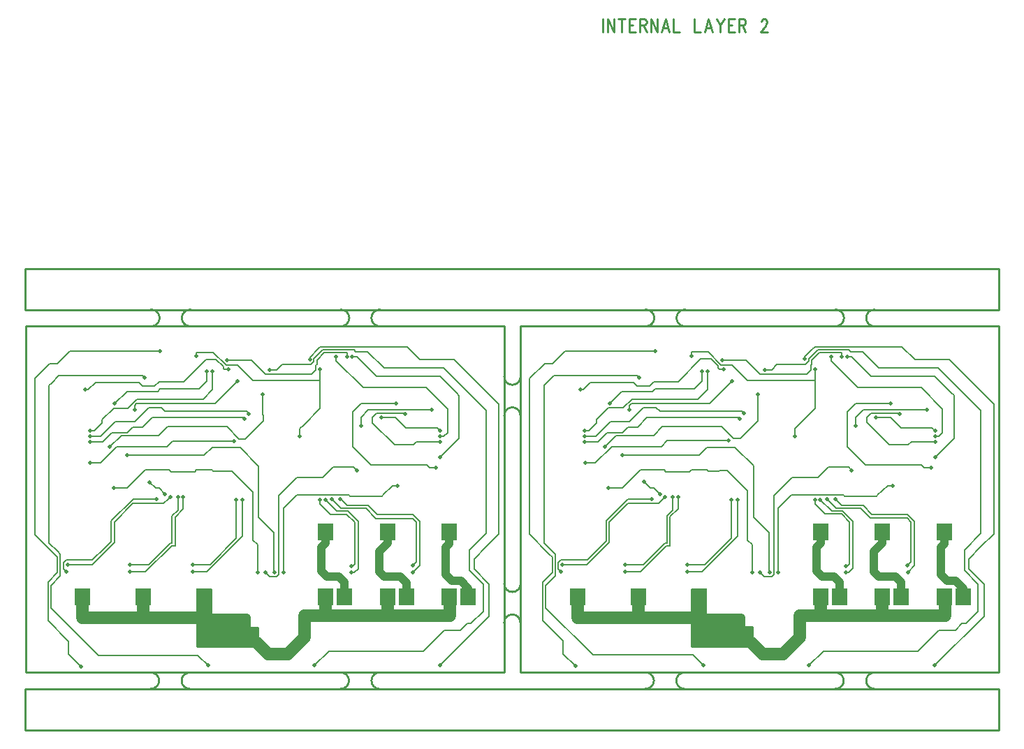
<source format=gbr>
*
%LPD*%
%LN2FOC-I2*%
%FSLAX24Y24*%
%MOIN*%
%SRX1Y1I0.0J0.0*%
%AD*%
%ADD11C,0.010000*%
%ADD12C,0.007870*%
%ADD23C,0.085000*%
%ADD39R,0.075000X0.084000*%
%ADD56C,0.011810*%
%ADD57C,0.059060*%
%ADD58C,0.039370*%
%ADD59C,0.007870*%
%ADD60C,0.015750*%
%ADD63C,0.019690*%
G54D11*
G1X7125Y10087D2*
G1X29959Y10087D1*
G1X29959Y26622D1*
G1X7125Y26622D1*
G1X7125Y10087D1*
G1X13104Y26617D2*
G75*
G3X13105Y27417I17J400D1*
G74*
G1X14995Y27417D2*
G75*
G3X14994Y26617I-17J-400D1*
G74*
G1X22154Y26617D2*
G75*
G3X22155Y27417I17J400D1*
G74*
G1X24045Y27417D2*
G75*
G3X24044Y26617I-17J-400D1*
G74*
G1X13094Y9311D2*
G75*
G3X13095Y10087I16J388D1*
G74*
G1X14975Y10086D2*
G75*
G3X14974Y9307I-16J-390D1*
G74*
G1X22154Y9311D2*
G75*
G3X22155Y10087I16J388D1*
G74*
G1X24035Y10086D2*
G75*
G3X24034Y9307I-16J-390D1*
G74*
G1X30741Y12456D2*
G75*
G3X29965Y12457I-388J16D1*
G74*
G1X29966Y14337D2*
G75*
G3X30745Y14337I390J-16D1*
G74*
G1X7118Y29383D2*
G1X53575Y29383D1*
G1X53575Y27415D1*
G1X7118Y27415D1*
G1X7118Y29383D1*
G1X30740Y10092D2*
G1X53575Y10092D1*
G1X53575Y26627D1*
G1X30740Y26627D1*
G1X30740Y10092D1*
G1X7118Y9304D2*
G1X53575Y9304D1*
G1X53575Y7336D1*
G1X7118Y7336D1*
G1X7118Y9304D1*
G1X30741Y22346D2*
G75*
G3X29965Y22347I-388J16D1*
G74*
G1X29966Y24227D2*
G75*
G3X30745Y24227I390J-16D1*
G74*
G1X38605Y27417D2*
G75*
G3X38604Y26617I-17J-400D1*
G74*
G1X36714Y26617D2*
G75*
G3X36715Y27417I17J400D1*
G74*
G1X45764Y26617D2*
G75*
G3X45765Y27417I17J400D1*
G74*
G1X47655Y27417D2*
G75*
G3X47654Y26617I-17J-400D1*
G74*
G1X47645Y10086D2*
G75*
G3X47644Y9307I-16J-390D1*
G74*
G1X45764Y9311D2*
G75*
G3X45765Y10087I16J388D1*
G74*
G1X38585Y10086D2*
G75*
G3X38584Y9307I-16J-390D1*
G74*
G1X36704Y9311D2*
G75*
G3X36705Y10087I16J388D1*
G74*
G1X20904Y10421D2*
G54D12*
G1X21593Y11110D1*
G1X26101Y11110D1*
G1X27095Y12104D1*
G1X27873Y12104D1*
G1X28198Y12429D1*
G1X28385Y12429D1*
G1X28965Y13010D1*
G1X26888Y10421D2*
G1X29241Y12774D1*
G1X8325Y13704D2*
G1X8325Y13177D1*
G1X10589Y10914D1*
G1X15353Y10914D1*
G1X15845Y10421D1*
G1X8188Y13704D2*
G1X8188Y12567D1*
G1X9172Y11583D1*
G1X9172Y10973D1*
G1X9762Y10382D1*
G1X8778Y15254D2*
G1X8778Y15736D1*
G1X8325Y13704D2*
G1X8325Y14240D1*
G1X8778Y14693D1*
G1X8778Y15225D1*
G1X8778Y15254D1*
G1X8640Y15225D2*
G1X8640Y15254D1*
G1X8660Y15854D2*
G1X8778Y15736D1*
G1X8936Y15225D2*
G1X8936Y15028D1*
G1X9054Y14910D1*
G1X8936Y15225D2*
G1X8936Y15323D1*
G1X9064Y15451D1*
G1X10314Y15451D1*
G1X10894Y16032D1*
G1X10904Y16032D1*
G1X11219Y16347D1*
G1X11219Y17331D1*
G1X12262Y18374D1*
G1X13385Y18374D1*
G1X8188Y13704D2*
G1X8188Y14240D1*
G1X8188Y14398D1*
G1X8640Y14851D1*
G1X8640Y15225D1*
G1X9133Y15225D2*
G1X10294Y15225D1*
G1X11357Y16288D1*
G1X11357Y17272D1*
G1X12243Y18158D1*
G1X13719Y18158D1*
G1X13936Y18374D1*
G1X8503Y15736D2*
G1X8640Y15599D1*
G1X8640Y15254D1*
G1X12105Y14910D2*
G1X12125Y14890D1*
G1X12853Y14890D1*
G1X14093Y16130D1*
G1X14261Y16130D1*
G1X14261Y16804D1*
G1X12105Y15225D2*
G1X12991Y15225D1*
G1X14034Y16268D1*
G1X14119Y16268D1*
G1X14119Y16804D1*
G1X15117Y15244D2*
G1X15924Y15244D1*
G1X17184Y16504D1*
G1X17184Y16804D1*
G1X15097Y14910D2*
G1X15786Y14910D1*
G1X17479Y16603D1*
G1X17479Y16804D1*
G1X18562Y14851D2*
G1X18759Y14654D1*
G1X19113Y14654D1*
G1X19211Y14752D1*
G1X19211Y18532D1*
G1X20077Y19398D1*
G1X21318Y19398D1*
G1X21810Y19890D1*
G1X22774Y19890D1*
G1X22932Y19732D1*
G1X22991Y15166D2*
G1X22991Y15795D1*
G1X22991Y16012D1*
G1X22833Y15795D2*
G1X22833Y16012D1*
G1X22833Y16307D1*
G1X22991Y16012D2*
G1X22991Y16307D1*
G1X22656Y15166D2*
G1X22735Y15166D1*
G1X22833Y15264D1*
G1X22833Y15795D1*
G1X22656Y14851D2*
G1X22794Y14851D1*
G1X22991Y15047D1*
G1X22991Y15166D1*
G1X25924Y16032D2*
G1X25924Y16504D1*
G1X25766Y15835D2*
G1X25766Y15362D1*
G1X25924Y15185D2*
G1X25924Y15362D1*
G1X25924Y15835D1*
G1X25924Y16032D1*
G1X25766Y16032D2*
G1X25766Y15835D1*
G1X25609Y14870D2*
G1X25924Y15185D1*
G1X25589Y15185D2*
G1X25766Y15362D1*
G1X28306Y14967D2*
G1X28965Y14308D1*
G1X28965Y13010D1*
G1X28306Y14967D2*
G1X28306Y15933D1*
G1X29103Y16730D1*
G1X29103Y22587D1*
G1X28522Y15028D2*
G1X29241Y14309D1*
G1X29241Y12774D1*
G1X28522Y15028D2*
G1X28522Y15511D1*
G1X29098Y16086D1*
G1X29102Y16086D1*
G1X29708Y16692D1*
G1X7558Y17390D2*
G1X7558Y16681D1*
G1X8503Y15736D1*
G1X8247Y16804D2*
G1X8247Y17390D1*
G1X8247Y17528D1*
G1X8247Y17862D1*
G1X8247Y16804D2*
G1X8247Y16268D1*
G1X8660Y15854D1*
G1X8247Y17862D2*
G1X8247Y19890D1*
G1X14261Y16804D2*
G1X14261Y17516D1*
G1X14644Y17899D1*
G1X14644Y18099D1*
G1X14119Y16804D2*
G1X14119Y17569D1*
G1X14388Y17838D1*
G1X14388Y18099D1*
G1X17479Y17488D2*
G1X17479Y18099D1*
G1X17184Y17488D2*
G1X17184Y18099D1*
G1X17971Y17488D2*
G1X17971Y16406D1*
G1X18188Y16189D1*
G1X18188Y14851D1*
G1X17479Y16804D2*
G1X17479Y17488D1*
G1X17184Y16804D2*
G1X17184Y17488D1*
G1X18247Y17488D2*
G1X18975Y16760D1*
G1X18975Y14890D1*
G1X19014Y14851D1*
G1X22833Y16804D2*
G1X22833Y16347D1*
G1X22991Y16307D2*
G1X22991Y16347D1*
G1X22991Y16804D1*
G1X22833Y16347D2*
G1X22833Y16307D1*
G1X25766Y16032D2*
G1X25766Y16504D1*
G1X25766Y16804D1*
G1X25924Y16804D2*
G1X25924Y16504D1*
G1X8247Y19890D2*
G1X8247Y20382D1*
G1X11337Y18886D2*
G1X11987Y18886D1*
G1X12853Y19752D1*
G1X13975Y19752D1*
G1X14054Y19673D1*
G1X15196Y19673D1*
G1X15274Y19752D1*
G1X16022Y19752D1*
G1X16081Y19693D1*
G1X16593Y19693D1*
G1X16613Y19713D1*
G1X16987Y19713D1*
G1X17951Y18748D1*
G1X13936Y18374D2*
G1X14034Y18473D1*
G1X13030Y19181D2*
G1X13325Y18886D1*
G1X13503Y18886D1*
G1X13778Y18610D1*
G1X14644Y18374D2*
G1X14644Y18118D1*
G1X14644Y18099D1*
G1X14388Y18374D2*
G1X14388Y18118D1*
G1X14388Y18099D1*
G1X14388Y18374D2*
G1X14388Y18473D1*
G1X14644Y18374D2*
G1X14644Y18473D1*
G1X17971Y18492D2*
G1X17971Y18335D1*
G1X17971Y18099D1*
G1X17184Y18099D2*
G1X17184Y18335D1*
G1X17951Y18748D2*
G1X17971Y18729D1*
G1X17971Y18492D1*
G1X17971Y18099D2*
G1X17971Y17488D1*
G1X17479Y18099D2*
G1X17479Y18335D1*
G1X18247Y18492D2*
G1X18247Y18335D1*
G1X18247Y18099D1*
G1X18247Y19851D2*
G1X18247Y18827D1*
G1X18247Y18099D2*
G1X18247Y17488D1*
G1X18247Y18827D2*
G1X18247Y18748D1*
G1X18247Y18492D1*
G1X21751Y18354D2*
G1X22184Y17921D1*
G1X23365Y17921D1*
G1X23837Y17449D1*
G1X25589Y17449D1*
G1X25766Y17272D1*
G1X25766Y16804D1*
G1X21180Y18335D2*
G1X21180Y18138D1*
G1X21672Y17646D1*
G1X22440Y17646D1*
G1X22833Y17252D1*
G1X22833Y16804D1*
G1X21436Y18335D2*
G1X21987Y17784D1*
G1X22499Y17784D1*
G1X22991Y17291D1*
G1X22991Y16804D1*
G1X22144Y18354D2*
G1X22164Y18354D1*
G1X22459Y18059D1*
G1X23473Y18059D1*
G1X23896Y17636D1*
G1X25599Y17636D1*
G1X25924Y17311D1*
G1X25924Y16804D1*
G1X8247Y20382D2*
G1X8247Y22606D1*
G1X11987Y20461D2*
G1X15648Y20461D1*
G1X16022Y20835D1*
G1X17361Y20835D1*
G1X18247Y19949D1*
G1X18247Y19851D1*
G1X10196Y21622D2*
G1X10392Y21622D1*
G1X10766Y21996D1*
G1X10766Y22154D1*
G1X11327Y22715D1*
G1X12016Y22715D1*
G1X12440Y23138D1*
G1X15589Y23138D1*
G1X16042Y23591D1*
G1X16042Y24477D1*
G1X11140Y20854D2*
G1X11692Y21406D1*
G1X13483Y21406D1*
G1X13896Y21819D1*
G1X16731Y21819D1*
G1X17302Y21248D1*
G1X17617Y21248D1*
G1X18463Y22095D1*
G1X10196Y21366D2*
G1X10707Y21366D1*
G1X11416Y22075D1*
G1X12322Y22075D1*
G1X12991Y22744D1*
G1X13591Y22744D1*
G1X13778Y22557D1*
G1X17676Y22557D1*
G1X17755Y22479D1*
G1X17755Y22469D1*
G1X17774Y22449D1*
G1X10215Y20087D2*
G1X10688Y20087D1*
G1X11475Y20874D1*
G1X13857Y20874D1*
G1X14133Y21150D1*
G1X17066Y21150D1*
G1X10196Y21110D2*
G1X10806Y21110D1*
G1X11239Y21543D1*
G1X11987Y21543D1*
G1X12253Y21809D1*
G1X12715Y21809D1*
G1X13158Y22252D1*
G1X17518Y22252D1*
G1X17577Y22193D1*
G1X20412Y21917D2*
G1X21180Y22685D1*
G1X21180Y24024D1*
G1X20215Y21622D2*
G1X20215Y21721D1*
G1X20412Y21917D1*
G1X20215Y21366D2*
G1X20215Y21622D1*
G1X23129Y22036D2*
G1X23129Y22075D1*
G1X22735Y21799D2*
G1X22735Y21878D1*
G1X22735Y22036D1*
G1X22735Y22075D1*
G1X23660Y22036D2*
G1X23660Y22016D1*
G1X24723Y20953D1*
G1X25629Y20953D1*
G1X25786Y21110D1*
G1X26908Y21110D1*
G1X23660Y22036D2*
G1X23660Y22075D1*
G1X23129Y21878D2*
G1X23129Y22036D1*
G1X22735Y21229D2*
G1X22735Y20854D1*
G1X23601Y19988D1*
G1X26259Y19988D1*
G1X26396Y19851D1*
G1X26711Y19851D1*
G1X22735Y21229D2*
G1X22735Y21799D1*
G1X27814Y21622D2*
G1X27814Y22666D1*
G1X27262Y21622D2*
G1X27262Y22666D1*
G1X26908Y21366D2*
G1X27085Y21366D1*
G1X27262Y21543D1*
G1X27262Y21622D1*
G1X26908Y20362D2*
G1X27814Y21268D1*
G1X27814Y21622D1*
G1X7558Y17390D2*
G1X7558Y23748D1*
G1X7558Y24122D1*
G1X8276Y24841D1*
G1X8650Y24841D1*
G1X9251Y25441D1*
G1X13542Y25441D1*
G1X8247Y22606D2*
G1X8247Y23788D1*
G1X8365Y23906D1*
G1X8719Y24260D1*
G1X12696Y24260D1*
G1X12794Y24162D1*
G1X9979Y23591D2*
G1X10117Y23591D1*
G1X10461Y23935D1*
G1X12528Y23935D1*
G1X12696Y23768D1*
G1X13286Y23768D1*
G1X13493Y23975D1*
G1X14654Y23975D1*
G1X15727Y25047D1*
G1X16219Y25047D1*
G1X16554Y24713D1*
G1X16554Y24614D1*
G1X16613Y24555D1*
G1X16810Y24555D1*
G1X11377Y22921D2*
G1X11967Y23512D1*
G1X13424Y23512D1*
G1X13542Y23630D1*
G1X15412Y23630D1*
G1X15786Y24004D1*
G1X15786Y24004D1*
G1X15786Y24004D1*
G1X15786Y24477D1*
G1X12322Y22626D2*
G1X12322Y22823D1*
G1X12420Y22921D1*
G1X16160Y22921D1*
G1X17223Y23984D1*
G1X18444Y23374D2*
G1X18444Y22405D1*
G1X18463Y22385D1*
G1X18463Y22095D1*
G1X21180Y24024D2*
G1X21180Y24555D1*
G1X23660Y22272D2*
G1X23857Y22469D1*
G1X25235Y22469D1*
G1X25235Y22429D1*
G1X23660Y22075D2*
G1X23660Y22272D1*
G1X23129Y22075D2*
G1X23129Y22272D1*
G1X23483Y22626D1*
G1X26514Y22626D1*
G1X22735Y22075D2*
G1X22735Y22272D1*
G1X22735Y22528D1*
G1X23129Y22921D1*
G1X24802Y22921D1*
G1X24093Y22272D2*
G1X24782Y22272D1*
G1X25274Y21760D1*
G1X26770Y21760D1*
G1X26908Y21622D1*
G1X27696Y23433D2*
G1X27814Y23315D1*
G1X27814Y23079D1*
G1X27814Y22666D1*
G1X15274Y25185D2*
G1X15274Y25382D1*
G1X15274Y25382D1*
G1X16081Y25382D1*
G1X16692Y24772D1*
G1X17223Y24772D1*
G1X17971Y24024D1*
G1X21180Y24024D1*
G1X16751Y25008D2*
G1X17892Y25008D1*
G1X18562Y24339D1*
G1X20786Y24339D1*
G1X20983Y24536D1*
G1X20983Y24752D1*
G1X18778Y24536D2*
G1X19113Y24536D1*
G1X19369Y24791D1*
G1X20727Y24791D1*
G1X20885Y24949D1*
G1X20885Y25067D1*
G1X21318Y25500D1*
G1X22794Y25500D1*
G1X22883Y25412D1*
G1X23453Y25412D1*
G1X24231Y24634D1*
G1X27056Y24634D1*
G1X29103Y22587D1*
G1X20983Y24752D2*
G1X21022Y24791D1*
G1X21022Y25008D1*
G1X21377Y25362D1*
G1X22459Y25362D1*
G1X22459Y25362D1*
G1X22459Y25166D1*
G1X21180Y24555D2*
G1X21180Y24575D1*
G1X20688Y25047D2*
G1X20688Y25146D1*
G1X21072Y25530D1*
G1X21072Y25530D1*
G1X21180Y25638D1*
G1X25333Y25638D1*
G1X25944Y25028D1*
G1X27577Y25028D1*
G1X29708Y22897D1*
G1X29708Y16692D1*
G1X21948Y25166D2*
G1X21948Y24969D1*
G1X23227Y23689D1*
G1X26239Y23689D1*
G1X27262Y22666D1*
G1X22715Y25166D2*
G1X22932Y25166D1*
G1X23857Y24240D1*
G1X26888Y24240D1*
G1X27696Y23433D1*
G54D23*
G1X17792Y11804D3*
G54D39*
G1X9842Y13704D3*
G1X21442Y16804D3*
G1X24392Y16804D3*
G1X27342Y16804D3*
G1X12742Y13704D3*
G1X15642Y13704D3*
G1X21442Y13704D3*
G1X22342Y13704D3*
G1X24392Y13704D3*
G1X25292Y13704D3*
G1X27342Y13704D3*
G1X28242Y13704D3*
G1X15097Y15225D2*
G54D56*
G1X15117Y15244D1*
G1X18168Y11484D2*
G54D57*
G1X18699Y10953D1*
G1X19644Y10953D1*
G1X20448Y11757D1*
G1X20448Y12803D1*
G1X9842Y13704D2*
G1X9842Y12705D1*
G1X12742Y12705D1*
G1X15333Y12705D1*
G1X12742Y12705D2*
G1X12742Y13704D1*
G1X21442Y12803D2*
G1X20885Y12803D1*
G1X20448Y12803D1*
G1X24392Y12803D2*
G1X21442Y12803D1*
G1X21442Y13704D1*
G1X27381Y12803D2*
G1X24392Y12803D1*
G1X24392Y13704D1*
G1X27381Y13666D2*
G1X27381Y12803D1*
G1X15333Y12705D2*
G54D58*
G1X15642Y12705D1*
G1X17656Y12705D1*
G1X17656Y11804D1*
G1X15642Y12705D2*
G1X15642Y13704D1*
G1X27342Y13704D2*
G1X27381Y13666D1*
G1X21239Y14929D2*
G1X21514Y14654D1*
G1X22086Y14654D1*
G1X22342Y14398D1*
G1X22342Y13704D1*
G1X21239Y14929D2*
G1X21239Y15205D1*
G1X21239Y15835D2*
G1X21239Y16071D1*
G1X21442Y16274D1*
G1X21442Y16804D1*
G1X21239Y15205D2*
G1X21239Y15835D1*
G1X23998Y15166D2*
G1X23998Y15795D1*
G1X23998Y15874D1*
G1X24392Y16268D1*
G1X24392Y16804D1*
G1X23998Y14890D2*
G1X24235Y14654D1*
G1X25018Y14654D1*
G1X25292Y14380D1*
G1X25292Y13704D1*
G1X23998Y14890D2*
G1X23998Y15166D1*
G1X27184Y14752D2*
G1X27479Y14457D1*
G1X27888Y14457D1*
G1X28242Y14103D1*
G1X28242Y13704D1*
G1X27184Y14752D2*
G1X27184Y15185D1*
G1X27184Y15815D1*
G1X27184Y16071D1*
G1X27342Y16229D1*
G1X27342Y16804D1*
G1X19428Y14870D2*
G54D59*
G1X19428Y17843D1*
G1X19428Y17862D1*
G1X19428Y17921D1*
G1X20058Y18551D1*
G1X22558Y18551D1*
G1X22597Y18512D1*
G1X24133Y18512D1*
G1X24172Y18551D1*
G1X24644Y19004D1*
G1X24881Y19004D1*
G1X17656Y11804D2*
G54D60*
G1X17792Y11804D1*
G1X15333Y14043D2*
G1X15333Y11366D1*
G1X18168Y11366D1*
G1X18168Y12213D1*
G1X17676Y12213D1*
G1X17676Y12764D1*
G1X15924Y12764D1*
G1X15924Y14043D1*
G1X15333Y14043D1*
G1X17366Y11366D2*
G1X18168Y12168D1*
G1X17567Y11366D2*
G1X18168Y11967D1*
G1X17767Y11366D2*
G1X18168Y11767D1*
G1X17968Y11366D2*
G1X18168Y11566D1*
G1X17166Y11366D2*
G1X18013Y12213D1*
G1X16966Y11366D2*
G1X17812Y12213D1*
G1X16364Y11366D2*
G1X17676Y12678D1*
G1X16565Y11366D2*
G1X17676Y12477D1*
G1X16765Y11366D2*
G1X17676Y12277D1*
G1X16164Y11366D2*
G1X17561Y12764D1*
G1X15963Y11366D2*
G1X17361Y12764D1*
G1X15763Y11366D2*
G1X17161Y12764D1*
G1X15563Y11366D2*
G1X16960Y12764D1*
G1X15362Y11366D2*
G1X16760Y12764D1*
G1X15333Y11538D2*
G1X16559Y12764D1*
G1X15333Y11738D2*
G1X16359Y12764D1*
G1X15333Y11939D2*
G1X16158Y12764D1*
G1X15333Y12139D2*
G1X15958Y12764D1*
G1X15333Y13342D2*
G1X15924Y13932D1*
G1X15333Y13142D2*
G1X15924Y13732D1*
G1X15333Y12941D2*
G1X15924Y13532D1*
G1X15333Y12741D2*
G1X15924Y13331D1*
G1X15333Y12540D2*
G1X15924Y13131D1*
G1X15333Y12340D2*
G1X15924Y12930D1*
G1X15333Y13542D2*
G1X15834Y14043D1*
G1X15333Y13743D2*
G1X15634Y14043D1*
G1X15333Y13943D2*
G1X15434Y14043D1*
G54D63*
G1X9762Y10382D3*
G1X15845Y10421D3*
G1X20904Y10421D3*
G1X26888Y10421D3*
G1X9133Y15225D3*
G1X9054Y14910D3*
G1X12105Y14910D3*
G1X12105Y15225D3*
G1X15097Y14910D3*
G1X15097Y15225D3*
G1X18188Y14851D3*
G1X19428Y14870D3*
G1X19014Y14851D3*
G1X18562Y14851D3*
G1X22656Y15166D3*
G1X22656Y14851D3*
G1X25609Y14870D3*
G1X25589Y15185D3*
G1X11337Y18886D3*
G1X14034Y18473D3*
G1X13778Y18610D3*
G1X13385Y18374D3*
G1X13030Y19181D3*
G1X14644Y18473D3*
G1X14388Y18473D3*
G1X17479Y18335D3*
G1X17184Y18335D3*
G1X21751Y18354D3*
G1X21180Y18335D3*
G1X21436Y18335D3*
G1X22932Y19732D3*
G1X22144Y18354D3*
G1X24881Y19004D3*
G1X26711Y19851D3*
G1X11987Y20461D3*
G1X10196Y21622D3*
G1X11140Y20854D3*
G1X10196Y21366D3*
G1X10215Y20087D3*
G1X10196Y21110D3*
G1X17066Y21150D3*
G1X20215Y21366D3*
G1X23129Y21878D3*
G1X26908Y21366D3*
G1X26908Y21622D3*
G1X26908Y21110D3*
G1X26908Y20362D3*
G1X9979Y23591D3*
G1X11377Y22921D3*
G1X12322Y22626D3*
G1X17577Y22193D3*
G1X17223Y23984D3*
G1X17774Y22449D3*
G1X18444Y23374D3*
G1X24093Y22272D3*
G1X25235Y22429D3*
G1X24802Y22921D3*
G1X26514Y22626D3*
G1X12794Y24162D3*
G1X13542Y25441D3*
G1X16042Y24477D3*
G1X15786Y24477D3*
G1X15274Y25185D3*
G1X16751Y25008D3*
G1X16810Y24555D3*
G1X18778Y24536D3*
G1X20688Y25047D3*
G1X21180Y24575D3*
G1X21948Y25166D3*
G1X22715Y25166D3*
G1X22459Y25166D3*
G1X30740Y10092D2*
G54D11*
G1X53575Y10092D1*
G1X53575Y26627D1*
G1X30740Y26627D1*
G1X30740Y10092D1*
G1X44520Y10427D2*
G54D12*
G1X45209Y11115D1*
G1X49717Y11115D1*
G1X50711Y12110D1*
G1X51488Y12110D1*
G1X51813Y12434D1*
G1X52000Y12434D1*
G1X52581Y13015D1*
G1X50504Y10427D2*
G1X52856Y12779D1*
G1X31941Y13710D2*
G1X31941Y13182D1*
G1X34205Y10919D1*
G1X38969Y10919D1*
G1X39461Y10427D1*
G1X31803Y13710D2*
G1X31803Y12572D1*
G1X32787Y11588D1*
G1X32787Y10978D1*
G1X33378Y10387D1*
G1X32394Y15260D2*
G1X32394Y15741D1*
G1X31941Y13710D2*
G1X31941Y14245D1*
G1X32394Y14698D1*
G1X32394Y15230D1*
G1X32394Y15260D1*
G1X32256Y15230D2*
G1X32256Y15260D1*
G1X32276Y15860D2*
G1X32394Y15741D1*
G1X32551Y15230D2*
G1X32551Y15033D1*
G1X32669Y14915D1*
G1X32551Y15230D2*
G1X32551Y15328D1*
G1X32679Y15456D1*
G1X33929Y15456D1*
G1X34510Y16037D1*
G1X34520Y16037D1*
G1X34835Y16352D1*
G1X34835Y17336D1*
G1X35878Y18379D1*
G1X37000Y18379D1*
G1X31803Y13710D2*
G1X31803Y14245D1*
G1X31803Y14403D1*
G1X32256Y14856D1*
G1X32256Y15230D1*
G1X32748Y15230D2*
G1X33909Y15230D1*
G1X34972Y16293D1*
G1X34972Y17277D1*
G1X35858Y18163D1*
G1X37335Y18163D1*
G1X37551Y18379D1*
G1X32118Y15741D2*
G1X32256Y15604D1*
G1X32256Y15260D1*
G1X35721Y14915D2*
G1X35740Y14895D1*
G1X36469Y14895D1*
G1X37709Y16135D1*
G1X37876Y16135D1*
G1X37876Y16810D1*
G1X35721Y15230D2*
G1X36606Y15230D1*
G1X37650Y16273D1*
G1X37735Y16273D1*
G1X37735Y16810D1*
G1X38732Y15249D2*
G1X39539Y15249D1*
G1X40799Y16509D1*
G1X40799Y16810D1*
G1X38713Y14915D2*
G1X39402Y14915D1*
G1X41095Y16608D1*
G1X41095Y16810D1*
G1X42177Y14856D2*
G1X42374Y14659D1*
G1X42728Y14659D1*
G1X42827Y14757D1*
G1X42827Y18537D1*
G1X43693Y19403D1*
G1X44933Y19403D1*
G1X45425Y19895D1*
G1X46390Y19895D1*
G1X46547Y19738D1*
G1X46606Y15171D2*
G1X46606Y15801D1*
G1X46606Y16017D1*
G1X46449Y15801D2*
G1X46449Y16017D1*
G1X46449Y16312D1*
G1X46606Y16017D2*
G1X46606Y16312D1*
G1X46272Y15171D2*
G1X46350Y15171D1*
G1X46449Y15269D1*
G1X46449Y15801D1*
G1X46272Y14856D2*
G1X46409Y14856D1*
G1X46606Y15053D1*
G1X46606Y15171D1*
G1X49539Y16037D2*
G1X49539Y16509D1*
G1X49382Y15840D2*
G1X49382Y15367D1*
G1X49539Y15190D2*
G1X49539Y15367D1*
G1X49539Y15840D1*
G1X49539Y16037D1*
G1X49382Y16037D2*
G1X49382Y15840D1*
G1X49224Y14875D2*
G1X49539Y15190D1*
G1X49205Y15190D2*
G1X49382Y15367D1*
G1X51921Y14973D2*
G1X52581Y14313D1*
G1X52581Y13015D1*
G1X51921Y14973D2*
G1X51921Y15938D1*
G1X52719Y16736D1*
G1X52719Y22592D1*
G1X52138Y15033D2*
G1X52856Y14314D1*
G1X52856Y12779D1*
G1X52138Y15033D2*
G1X52138Y15516D1*
G1X52713Y16091D1*
G1X52718Y16091D1*
G1X53323Y16697D1*
G1X31173Y17395D2*
G1X31173Y16686D1*
G1X32118Y15741D1*
G1X31862Y16810D2*
G1X31862Y17395D1*
G1X31862Y17533D1*
G1X31862Y17867D1*
G1X31862Y16810D2*
G1X31862Y16273D1*
G1X32276Y15860D1*
G1X31862Y17867D2*
G1X31862Y19895D1*
G1X37876Y16810D2*
G1X37876Y17521D1*
G1X38260Y17904D1*
G1X38260Y18104D1*
G1X37735Y16810D2*
G1X37735Y17574D1*
G1X38004Y17843D1*
G1X38004Y18104D1*
G1X41095Y17493D2*
G1X41095Y18104D1*
G1X40799Y17493D2*
G1X40799Y18104D1*
G1X41587Y17493D2*
G1X41587Y16411D1*
G1X41803Y16194D1*
G1X41803Y14856D1*
G1X41095Y16810D2*
G1X41095Y17493D1*
G1X40799Y16810D2*
G1X40799Y17493D1*
G1X41862Y17493D2*
G1X42591Y16765D1*
G1X42591Y14895D1*
G1X42630Y14856D1*
G1X46449Y16810D2*
G1X46449Y16352D1*
G1X46606Y16312D2*
G1X46606Y16352D1*
G1X46606Y16810D1*
G1X46449Y16352D2*
G1X46449Y16312D1*
G1X49382Y16037D2*
G1X49382Y16509D1*
G1X49382Y16810D1*
G1X49539Y16810D2*
G1X49539Y16509D1*
G1X31862Y19895D2*
G1X31862Y20387D1*
G1X34953Y18891D2*
G1X35602Y18891D1*
G1X36469Y19757D1*
G1X37591Y19757D1*
G1X37669Y19678D1*
G1X38811Y19678D1*
G1X38890Y19757D1*
G1X39638Y19757D1*
G1X39697Y19698D1*
G1X40209Y19698D1*
G1X40228Y19718D1*
G1X40602Y19718D1*
G1X41567Y18753D1*
G1X37551Y18379D2*
G1X37650Y18478D1*
G1X36646Y19186D2*
G1X36941Y18891D1*
G1X37118Y18891D1*
G1X37394Y18615D1*
G1X38260Y18379D2*
G1X38260Y18123D1*
G1X38260Y18104D1*
G1X38004Y18379D2*
G1X38004Y18123D1*
G1X38004Y18104D1*
G1X38004Y18379D2*
G1X38004Y18478D1*
G1X38260Y18379D2*
G1X38260Y18478D1*
G1X41587Y18497D2*
G1X41587Y18340D1*
G1X41587Y18104D1*
G1X40799Y18104D2*
G1X40799Y18340D1*
G1X41567Y18753D2*
G1X41587Y18734D1*
G1X41587Y18497D1*
G1X41587Y18104D2*
G1X41587Y17493D1*
G1X41095Y18104D2*
G1X41095Y18340D1*
G1X41862Y18497D2*
G1X41862Y18340D1*
G1X41862Y18104D1*
G1X41862Y19856D2*
G1X41862Y18832D1*
G1X41862Y18104D2*
G1X41862Y17493D1*
G1X41862Y18832D2*
G1X41862Y18753D1*
G1X41862Y18497D1*
G1X45366Y18360D2*
G1X45799Y17927D1*
G1X46980Y17927D1*
G1X47453Y17454D1*
G1X49205Y17454D1*
G1X49382Y17277D1*
G1X49382Y16810D1*
G1X44795Y18340D2*
G1X44795Y18143D1*
G1X45287Y17651D1*
G1X46055Y17651D1*
G1X46449Y17257D1*
G1X46449Y16810D1*
G1X45051Y18340D2*
G1X45602Y17789D1*
G1X46114Y17789D1*
G1X46606Y17297D1*
G1X46606Y16810D1*
G1X45760Y18360D2*
G1X45780Y18360D1*
G1X46075Y18064D1*
G1X47089Y18064D1*
G1X47512Y17641D1*
G1X49215Y17641D1*
G1X49539Y17316D1*
G1X49539Y16810D1*
G1X31862Y20387D2*
G1X31862Y22612D1*
G1X35602Y20466D2*
G1X39264Y20466D1*
G1X39638Y20840D1*
G1X40976Y20840D1*
G1X41862Y19954D1*
G1X41862Y19856D1*
G1X33811Y21627D2*
G1X34008Y21627D1*
G1X34382Y22001D1*
G1X34382Y22159D1*
G1X34943Y22720D1*
G1X35632Y22720D1*
G1X36055Y23143D1*
G1X39205Y23143D1*
G1X39658Y23596D1*
G1X39658Y24482D1*
G1X34756Y20860D2*
G1X35307Y21411D1*
G1X37098Y21411D1*
G1X37512Y21824D1*
G1X40346Y21824D1*
G1X40917Y21253D1*
G1X41232Y21253D1*
G1X42079Y22100D1*
G1X33811Y21371D2*
G1X34323Y21371D1*
G1X35032Y22080D1*
G1X35937Y22080D1*
G1X36606Y22749D1*
G1X37207Y22749D1*
G1X37394Y22562D1*
G1X41291Y22562D1*
G1X41370Y22484D1*
G1X41370Y22474D1*
G1X41390Y22454D1*
G1X33831Y20092D2*
G1X34303Y20092D1*
G1X35091Y20879D1*
G1X37472Y20879D1*
G1X37748Y21155D1*
G1X40681Y21155D1*
G1X33811Y21115D2*
G1X34421Y21115D1*
G1X34854Y21549D1*
G1X35602Y21549D1*
G1X35868Y21814D1*
G1X36331Y21814D1*
G1X36774Y22257D1*
G1X41134Y22257D1*
G1X41193Y22198D1*
G1X44028Y21923D2*
G1X44795Y22690D1*
G1X44795Y24029D1*
G1X43831Y21627D2*
G1X43831Y21726D1*
G1X44028Y21923D1*
G1X43831Y21371D2*
G1X43831Y21627D1*
G1X46744Y22041D2*
G1X46744Y22080D1*
G1X46350Y21804D2*
G1X46350Y21883D1*
G1X46350Y22041D1*
G1X46350Y22080D1*
G1X47276Y22041D2*
G1X47276Y22021D1*
G1X48339Y20958D1*
G1X49244Y20958D1*
G1X49402Y21115D1*
G1X50524Y21115D1*
G1X47276Y22041D2*
G1X47276Y22080D1*
G1X46744Y21883D2*
G1X46744Y22041D1*
G1X46350Y21234D2*
G1X46350Y20860D1*
G1X47217Y19993D1*
G1X49874Y19993D1*
G1X50012Y19856D1*
G1X50327Y19856D1*
G1X46350Y21234D2*
G1X46350Y21804D1*
G1X51429Y21627D2*
G1X51429Y22671D1*
G1X50878Y21627D2*
G1X50878Y22671D1*
G1X50524Y21371D2*
G1X50701Y21371D1*
G1X50878Y21549D1*
G1X50878Y21627D1*
G1X50524Y20367D2*
G1X51429Y21273D1*
G1X51429Y21627D1*
G1X31173Y17395D2*
G1X31173Y23753D1*
G1X31173Y24127D1*
G1X31892Y24846D1*
G1X32266Y24846D1*
G1X32866Y25446D1*
G1X37158Y25446D1*
G1X31862Y22612D2*
G1X31862Y23793D1*
G1X31980Y23911D1*
G1X32335Y24265D1*
G1X36311Y24265D1*
G1X36409Y24167D1*
G1X33595Y23596D2*
G1X33732Y23596D1*
G1X34077Y23940D1*
G1X36144Y23940D1*
G1X36311Y23773D1*
G1X36902Y23773D1*
G1X37108Y23980D1*
G1X38270Y23980D1*
G1X39343Y25053D1*
G1X39835Y25053D1*
G1X40169Y24718D1*
G1X40169Y24619D1*
G1X40228Y24560D1*
G1X40425Y24560D1*
G1X34992Y22927D2*
G1X35583Y23517D1*
G1X37039Y23517D1*
G1X37158Y23635D1*
G1X39028Y23635D1*
G1X39402Y24009D1*
G1X39402Y24009D1*
G1X39402Y24009D1*
G1X39402Y24482D1*
G1X35937Y22631D2*
G1X35937Y22828D1*
G1X36035Y22927D1*
G1X39776Y22927D1*
G1X40839Y23990D1*
G1X42059Y23379D2*
G1X42059Y22410D1*
G1X42079Y22390D1*
G1X42079Y22100D1*
G1X44795Y24029D2*
G1X44795Y24560D1*
G1X47276Y22277D2*
G1X47472Y22474D1*
G1X48850Y22474D1*
G1X48850Y22434D1*
G1X47276Y22080D2*
G1X47276Y22277D1*
G1X46744Y22080D2*
G1X46744Y22277D1*
G1X47098Y22631D1*
G1X50130Y22631D1*
G1X46350Y22080D2*
G1X46350Y22277D1*
G1X46350Y22533D1*
G1X46744Y22927D1*
G1X48417Y22927D1*
G1X47709Y22277D2*
G1X48398Y22277D1*
G1X48890Y21765D1*
G1X50386Y21765D1*
G1X50524Y21627D1*
G1X51311Y23438D2*
G1X51429Y23320D1*
G1X51429Y23084D1*
G1X51429Y22671D1*
G1X38890Y25190D2*
G1X38890Y25387D1*
G1X38890Y25387D1*
G1X39697Y25387D1*
G1X40307Y24777D1*
G1X40839Y24777D1*
G1X41587Y24029D1*
G1X44795Y24029D1*
G1X40366Y25013D2*
G1X41508Y25013D1*
G1X42177Y24344D1*
G1X44402Y24344D1*
G1X44598Y24541D1*
G1X44598Y24757D1*
G1X42394Y24541D2*
G1X42728Y24541D1*
G1X42984Y24797D1*
G1X44343Y24797D1*
G1X44500Y24954D1*
G1X44500Y25072D1*
G1X44933Y25505D1*
G1X46409Y25505D1*
G1X46498Y25417D1*
G1X47069Y25417D1*
G1X47846Y24639D1*
G1X50671Y24639D1*
G1X52719Y22592D1*
G1X44598Y24757D2*
G1X44638Y24797D1*
G1X44638Y25013D1*
G1X44992Y25367D1*
G1X46075Y25367D1*
G1X46075Y25367D1*
G1X46075Y25171D1*
G1X44795Y24560D2*
G1X44795Y24580D1*
G1X44303Y25053D2*
G1X44303Y25151D1*
G1X44687Y25535D1*
G1X44687Y25535D1*
G1X44795Y25643D1*
G1X48949Y25643D1*
G1X49559Y25033D1*
G1X51193Y25033D1*
G1X53323Y22902D1*
G1X53323Y16697D1*
G1X45563Y25171D2*
G1X45563Y24974D1*
G1X46843Y23694D1*
G1X49854Y23694D1*
G1X50878Y22671D1*
G1X46331Y25171D2*
G1X46547Y25171D1*
G1X47472Y24245D1*
G1X50504Y24245D1*
G1X51311Y23438D1*
G54D23*
G1X41408Y11810D3*
G54D39*
G1X33458Y13710D3*
G1X45058Y16810D3*
G1X48008Y16810D3*
G1X50958Y16810D3*
G1X36358Y13710D3*
G1X39258Y13710D3*
G1X45058Y13710D3*
G1X45958Y13710D3*
G1X48008Y13710D3*
G1X48908Y13710D3*
G1X50958Y13710D3*
G1X51858Y13710D3*
G1X38713Y15230D2*
G54D56*
G1X38732Y15249D1*
G1X41783Y11490D2*
G54D57*
G1X42315Y10958D1*
G1X43260Y10958D1*
G1X44064Y11762D1*
G1X44064Y12808D1*
G1X33458Y13710D2*
G1X33458Y12710D1*
G1X36358Y12710D1*
G1X38949Y12710D1*
G1X36358Y12710D2*
G1X36358Y13710D1*
G1X45058Y12808D2*
G1X44500Y12808D1*
G1X44064Y12808D1*
G1X48008Y12808D2*
G1X45058Y12808D1*
G1X45058Y13710D1*
G1X50996Y12808D2*
G1X48008Y12808D1*
G1X48008Y13710D1*
G1X50996Y13671D2*
G1X50996Y12808D1*
G1X38949Y12710D2*
G54D58*
G1X39258Y12710D1*
G1X41272Y12710D1*
G1X41272Y11810D1*
G1X39258Y12710D2*
G1X39258Y13710D1*
G1X50958Y13710D2*
G1X50996Y13671D1*
G1X44854Y14934D2*
G1X45130Y14659D1*
G1X45702Y14659D1*
G1X45958Y14403D1*
G1X45958Y13710D1*
G1X44854Y14934D2*
G1X44854Y15210D1*
G1X44854Y15840D2*
G1X44854Y16076D1*
G1X45058Y16279D1*
G1X45058Y16810D1*
G1X44854Y15210D2*
G1X44854Y15840D1*
G1X47614Y15171D2*
G1X47614Y15801D1*
G1X47614Y15879D1*
G1X48008Y16273D1*
G1X48008Y16810D1*
G1X47614Y14895D2*
G1X47850Y14659D1*
G1X48634Y14659D1*
G1X48908Y14385D1*
G1X48908Y13710D1*
G1X47614Y14895D2*
G1X47614Y15171D1*
G1X50799Y14757D2*
G1X51095Y14462D1*
G1X51503Y14462D1*
G1X51858Y14108D1*
G1X51858Y13710D1*
G1X50799Y14757D2*
G1X50799Y15190D1*
G1X50799Y15820D1*
G1X50799Y16076D1*
G1X50958Y16234D1*
G1X50958Y16810D1*
G1X43043Y14875D2*
G54D59*
G1X43043Y17848D1*
G1X43043Y17867D1*
G1X43043Y17927D1*
G1X43673Y18556D1*
G1X46173Y18556D1*
G1X46213Y18517D1*
G1X47748Y18517D1*
G1X47787Y18556D1*
G1X48260Y19009D1*
G1X48496Y19009D1*
G1X41272Y11810D2*
G54D60*
G1X41408Y11810D1*
G1X38949Y14049D2*
G1X38949Y11371D1*
G1X41783Y11371D1*
G1X41783Y12218D1*
G1X41291Y12218D1*
G1X41291Y12769D1*
G1X39539Y12769D1*
G1X39539Y14049D1*
G1X38949Y14049D1*
G1X40982Y11371D2*
G1X41783Y12173D1*
G1X41182Y11371D2*
G1X41783Y11972D1*
G1X41383Y11371D2*
G1X41783Y11772D1*
G1X41583Y11371D2*
G1X41783Y11572D1*
G1X40782Y11371D2*
G1X41628Y12218D1*
G1X40581Y11371D2*
G1X41428Y12218D1*
G1X39980Y11371D2*
G1X41291Y12683D1*
G1X40180Y11371D2*
G1X41291Y12483D1*
G1X40381Y11371D2*
G1X41291Y12282D1*
G1X39779Y11371D2*
G1X41177Y12769D1*
G1X39579Y11371D2*
G1X40977Y12769D1*
G1X39378Y11371D2*
G1X40776Y12769D1*
G1X39178Y11371D2*
G1X40576Y12769D1*
G1X38978Y11371D2*
G1X40375Y12769D1*
G1X38949Y11543D2*
G1X40175Y12769D1*
G1X38949Y11744D2*
G1X39974Y12769D1*
G1X38949Y11944D2*
G1X39774Y12769D1*
G1X38949Y12144D2*
G1X39573Y12769D1*
G1X38949Y13347D2*
G1X39539Y13938D1*
G1X38949Y13147D2*
G1X39539Y13737D1*
G1X38949Y12946D2*
G1X39539Y13537D1*
G1X38949Y12746D2*
G1X39539Y13336D1*
G1X38949Y12545D2*
G1X39539Y13136D1*
G1X38949Y12345D2*
G1X39539Y12935D1*
G1X38949Y13547D2*
G1X39450Y14049D1*
G1X38949Y13748D2*
G1X39249Y14049D1*
G1X38949Y13948D2*
G1X39049Y14049D1*
G54D63*
G1X33378Y10387D3*
G1X39461Y10427D3*
G1X44520Y10427D3*
G1X50504Y10427D3*
G1X32748Y15230D3*
G1X32669Y14915D3*
G1X35721Y14915D3*
G1X35721Y15230D3*
G1X38713Y14915D3*
G1X38713Y15230D3*
G1X41803Y14856D3*
G1X43043Y14875D3*
G1X42630Y14856D3*
G1X42177Y14856D3*
G1X46272Y15171D3*
G1X46272Y14856D3*
G1X49224Y14875D3*
G1X49205Y15190D3*
G1X34953Y18891D3*
G1X37650Y18478D3*
G1X37394Y18615D3*
G1X37000Y18379D3*
G1X36646Y19186D3*
G1X38260Y18478D3*
G1X38004Y18478D3*
G1X41095Y18340D3*
G1X40799Y18340D3*
G1X45366Y18360D3*
G1X44795Y18340D3*
G1X45051Y18340D3*
G1X46547Y19738D3*
G1X45760Y18360D3*
G1X48496Y19009D3*
G1X50327Y19856D3*
G1X35602Y20466D3*
G1X33811Y21627D3*
G1X34756Y20860D3*
G1X33811Y21371D3*
G1X33831Y20092D3*
G1X33811Y21115D3*
G1X40681Y21155D3*
G1X43831Y21371D3*
G1X46744Y21883D3*
G1X50524Y21371D3*
G1X50524Y21627D3*
G1X50524Y21115D3*
G1X50524Y20367D3*
G1X33595Y23596D3*
G1X34992Y22927D3*
G1X35937Y22631D3*
G1X41193Y22198D3*
G1X40839Y23990D3*
G1X41390Y22454D3*
G1X42059Y23379D3*
G1X47709Y22277D3*
G1X48850Y22434D3*
G1X48417Y22927D3*
G1X50130Y22631D3*
G1X36409Y24167D3*
G1X37158Y25446D3*
G1X39658Y24482D3*
G1X39402Y24482D3*
G1X38890Y25190D3*
G1X40366Y25013D3*
G1X40425Y24560D3*
G1X42394Y24541D3*
G1X44303Y25053D3*
G1X44795Y24580D3*
G1X45563Y25171D3*
G1X46331Y25171D3*
G1X46075Y25171D3*
G1X34687Y41308D2*
G54D11*
G1X34687Y40652D1*
G1X34891Y41308D2*
G1X34891Y40652D1*
G1X34891Y41308D2*
G1X35209Y40652D1*
G1X35209Y41308D1*
G1X35573Y41308D2*
G1X35573Y40652D1*
G1X35414Y41308D2*
G1X35732Y41308D1*
G1X35937Y41308D2*
G1X35937Y40652D1*
G1X35937Y41308D2*
G1X36232Y41308D1*
G1X35937Y40996D2*
G1X36119Y40996D1*
G1X35937Y40652D2*
G1X36232Y40652D1*
G1X36437Y41308D2*
G1X36437Y40652D1*
G1X36437Y41308D2*
G1X36641Y41308D1*
G1X36709Y41277D1*
G1X36732Y41246D1*
G1X36755Y41183D1*
G1X36755Y41121D1*
G1X36732Y41058D1*
G1X36709Y41027D1*
G1X36641Y40996D1*
G1X36437Y40996D1*
G1X36596Y40996D2*
G1X36755Y40652D1*
G1X36959Y41308D2*
G1X36959Y40652D1*
G1X36959Y41308D2*
G1X37278Y40652D1*
G1X37278Y41308D1*
G1X37664Y41308D2*
G1X37482Y40652D1*
G1X37664Y41308D2*
G1X37846Y40652D1*
G1X37550Y40871D2*
G1X37778Y40871D1*
G1X38050Y41308D2*
G1X38050Y40652D1*
G1X38323Y40652D1*
G1X39050Y41308D2*
G1X39050Y40652D1*
G1X39323Y40652D1*
G1X39709Y41308D2*
G1X39528Y40652D1*
G1X39709Y41308D2*
G1X39891Y40652D1*
G1X39596Y40871D2*
G1X39823Y40871D1*
G1X40096Y41308D2*
G1X40278Y40996D1*
G1X40278Y40652D1*
G1X40459Y41308D2*
G1X40278Y40996D1*
G1X40664Y41308D2*
G1X40664Y40652D1*
G1X40664Y41308D2*
G1X40959Y41308D1*
G1X40664Y40996D2*
G1X40846Y40996D1*
G1X40664Y40652D2*
G1X40959Y40652D1*
G1X41164Y41308D2*
G1X41164Y40652D1*
G1X41164Y41308D2*
G1X41369Y41308D1*
G1X41437Y41277D1*
G1X41459Y41246D1*
G1X41482Y41183D1*
G1X41482Y41121D1*
G1X41459Y41058D1*
G1X41437Y41027D1*
G1X41369Y40996D1*
G1X41164Y40996D1*
G1X41323Y40996D2*
G1X41482Y40652D1*
G1X42232Y41152D2*
G1X42232Y41183D1*
G1X42255Y41246D1*
G1X42278Y41277D1*
G1X42323Y41308D1*
G1X42414Y41308D1*
G1X42459Y41277D1*
G1X42482Y41246D1*
G1X42505Y41183D1*
G1X42505Y41121D1*
G1X42482Y41058D1*
G1X42437Y40964D1*
G1X42209Y40652D1*
G1X42528Y40652D1*
M2*

</source>
